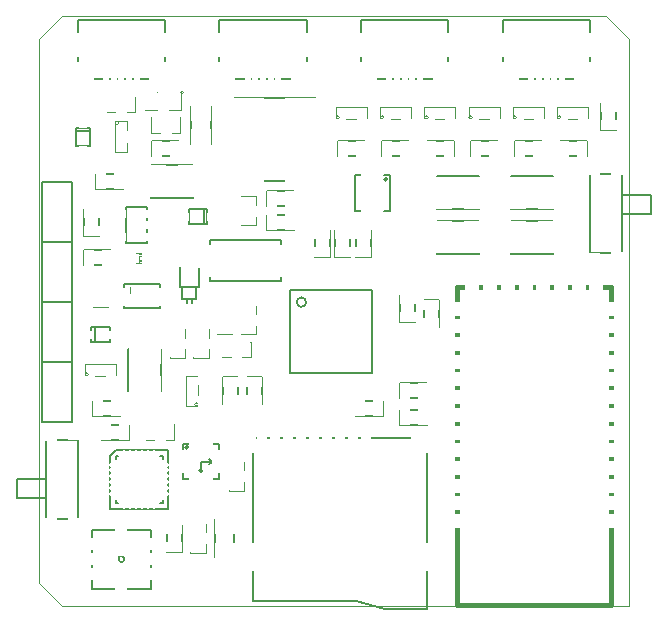
<source format=gto>
G04 (created by PCBNEW (2013-jul-07)-stable) date Sat 15 Mar 2014 05:33:54 EET*
%MOIN*%
G04 Gerber Fmt 3.4, Leading zero omitted, Abs format*
%FSLAX34Y34*%
G01*
G70*
G90*
G04 APERTURE LIST*
%ADD10C,0.00590551*%
%ADD11C,0.00393701*%
%ADD12C,0.005*%
%ADD13C,0.0031*%
%ADD14C,0.0039*%
%ADD15C,0.0047*%
%ADD16C,0.0059*%
%ADD17C,0.0079*%
%ADD18C,0.006*%
%ADD19C,0.00787402*%
%ADD20C,0.0026*%
%ADD21C,0.004*%
%ADD22C,0.015*%
%ADD23R,0.037874X0.027874*%
%ADD24R,0.039374X0.047274*%
%ADD25R,0.047274X0.039374*%
%ADD26R,0.0669291X0.0472441*%
%ADD27R,0.0393701X0.0314961*%
%ADD28R,0.0314961X0.0393701*%
%ADD29R,0.042874X0.062874*%
%ADD30R,0.052874X0.032874*%
%ADD31R,0.032874X0.052874*%
%ADD32O,0.039374X0.017674*%
%ADD33O,0.017674X0.039374*%
%ADD34R,0.067874X0.067874*%
%ADD35C,0.067874*%
%ADD36R,0.0314961X0.0511811*%
%ADD37R,0.0669291X0.102362*%
%ADD38R,0.023622X0.0610236*%
%ADD39R,0.0826772X0.0826772*%
%ADD40R,0.0669291X0.0669291*%
%ADD41R,0.0354331X0.0708661*%
%ADD42R,0.0551181X0.0629921*%
%ADD43R,0.0708661X0.0629921*%
%ADD44R,0.0551181X0.0944882*%
%ADD45C,0.0551181*%
%ADD46R,0.0551181X0.019685*%
%ADD47R,0.019685X0.0551181*%
%ADD48R,0.039274X0.039274*%
%ADD49R,0.125984X0.283465*%
%ADD50R,0.0255906X0.019685*%
%ADD51R,0.019685X0.0255906*%
%ADD52R,0.101575X0.0728346*%
%ADD53R,0.0177165X0.0344488*%
%ADD54R,0.0826772X0.110236*%
%ADD55R,0.084674X0.106274*%
%ADD56R,0.106274X0.084674*%
%ADD57R,0.066974X0.084674*%
%ADD58R,0.0748031X0.0393701*%
%ADD59R,0.0393701X0.0748031*%
%ADD60R,0.0393701X0.106299*%
%ADD61R,0.047274X0.086574*%
%ADD62R,0.086574X0.047274*%
%ADD63R,0.0590551X0.0433071*%
%ADD64R,0.0472441X0.0472441*%
%ADD65C,0.0452756*%
%ADD66R,0.0354331X0.0177165*%
%ADD67R,0.0728346X0.0610236*%
G04 APERTURE END LIST*
G54D10*
G54D11*
X7874Y-26771D02*
X8661Y-27559D01*
X8661Y-7874D02*
X7874Y-8661D01*
X26771Y-7874D02*
X27559Y-8661D01*
X26771Y-7874D02*
X8661Y-7874D01*
X27559Y-27559D02*
X27559Y-8661D01*
X8661Y-27559D02*
X27559Y-27559D01*
X7874Y-8661D02*
X7874Y-26771D01*
G54D12*
X10772Y-14262D02*
X11472Y-14262D01*
X11472Y-14262D02*
X11472Y-15462D01*
X11472Y-15462D02*
X10772Y-15462D01*
X10772Y-15462D02*
X10772Y-14262D01*
G54D13*
X17906Y-11260D02*
G75*
G03X17906Y-11260I-62J0D01*
G74*
G01*
X18807Y-10922D02*
X18807Y-11322D01*
X17782Y-10922D02*
X17782Y-11322D01*
X18807Y-11322D02*
X17782Y-11322D01*
X17782Y-10922D02*
X18807Y-10922D01*
X23812Y-11260D02*
G75*
G03X23812Y-11260I-62J0D01*
G74*
G01*
X24712Y-10922D02*
X24712Y-11322D01*
X23687Y-10922D02*
X23687Y-11322D01*
X24712Y-11322D02*
X23687Y-11322D01*
X23687Y-10922D02*
X24712Y-10922D01*
X9540Y-19823D02*
G75*
G03X9540Y-19823I-62J0D01*
G74*
G01*
X10440Y-19485D02*
X10440Y-19885D01*
X9415Y-19485D02*
X9415Y-19885D01*
X10440Y-19885D02*
X9415Y-19885D01*
X9415Y-19485D02*
X10440Y-19485D01*
X19383Y-11260D02*
G75*
G03X19383Y-11260I-62J0D01*
G74*
G01*
X20283Y-10922D02*
X20283Y-11322D01*
X19258Y-10922D02*
X19258Y-11322D01*
X20283Y-11322D02*
X19258Y-11322D01*
X19258Y-10922D02*
X20283Y-10922D01*
X13192Y-20837D02*
G75*
G03X13192Y-20837I-62J0D01*
G74*
G01*
X12792Y-19874D02*
X13192Y-19874D01*
X12792Y-20899D02*
X13192Y-20899D01*
X13192Y-19874D02*
X13192Y-20899D01*
X12792Y-20899D02*
X12792Y-19874D01*
X10554Y-11446D02*
G75*
G03X10554Y-11446I-62J0D01*
G74*
G01*
X10829Y-12409D02*
X10429Y-12409D01*
X10829Y-11384D02*
X10429Y-11384D01*
X10429Y-12409D02*
X10429Y-11384D01*
X10829Y-11384D02*
X10829Y-12409D01*
X25288Y-11260D02*
G75*
G03X25288Y-11260I-62J0D01*
G74*
G01*
X26188Y-10922D02*
X26188Y-11322D01*
X25163Y-10922D02*
X25163Y-11322D01*
X26188Y-11322D02*
X25163Y-11322D01*
X25163Y-10922D02*
X26188Y-10922D01*
X22335Y-11260D02*
G75*
G03X22335Y-11260I-62J0D01*
G74*
G01*
X23236Y-10922D02*
X23236Y-11322D01*
X22211Y-10922D02*
X22211Y-11322D01*
X23236Y-11322D02*
X22211Y-11322D01*
X22211Y-10922D02*
X23236Y-10922D01*
X20859Y-11260D02*
G75*
G03X20859Y-11260I-62J0D01*
G74*
G01*
X21759Y-10922D02*
X21759Y-11322D01*
X20734Y-10922D02*
X20734Y-11322D01*
X21759Y-11322D02*
X20734Y-11322D01*
X20734Y-10922D02*
X21759Y-10922D01*
G54D10*
X13375Y-14812D02*
X13375Y-14320D01*
X13494Y-14812D02*
X13494Y-14320D01*
X13494Y-14320D02*
X12883Y-14320D01*
X12883Y-14320D02*
X12883Y-14812D01*
X12883Y-14812D02*
X13494Y-14812D01*
X13494Y-14812D02*
X13385Y-14812D01*
X13385Y-14320D02*
X13385Y-14320D01*
X9753Y-18257D02*
X9753Y-18750D01*
X9635Y-18257D02*
X9635Y-18750D01*
X9635Y-18750D02*
X10246Y-18750D01*
X10246Y-18750D02*
X10246Y-18257D01*
X10246Y-18257D02*
X9635Y-18257D01*
X9635Y-18257D02*
X9744Y-18257D01*
X9744Y-18750D02*
X9744Y-18750D01*
X9596Y-11722D02*
X9104Y-11722D01*
X9596Y-11604D02*
X9104Y-11604D01*
X9104Y-11604D02*
X9104Y-12214D01*
X9104Y-12214D02*
X9596Y-12214D01*
X9596Y-12214D02*
X9596Y-11604D01*
X9596Y-11604D02*
X9596Y-11712D01*
X9104Y-11712D02*
X9104Y-11712D01*
G54D14*
X12707Y-10428D02*
G75*
G03X12707Y-10428I-50J0D01*
G74*
G01*
X12207Y-10428D02*
X12607Y-10428D01*
X12607Y-10428D02*
X12607Y-11028D01*
X12607Y-11028D02*
X12207Y-11028D01*
X11807Y-11028D02*
X11407Y-11028D01*
X11407Y-11028D02*
X11407Y-10428D01*
X11407Y-10428D02*
X11807Y-10428D01*
G54D15*
X9684Y-17322D02*
X9684Y-17597D01*
X9684Y-16928D02*
X9684Y-16653D01*
X10196Y-17322D02*
X10196Y-17597D01*
X10196Y-16653D02*
X10196Y-16928D01*
X10190Y-17597D02*
X9690Y-17597D01*
X9690Y-16653D02*
X10190Y-16653D01*
X14271Y-18740D02*
X13996Y-18740D01*
X14665Y-18740D02*
X14940Y-18740D01*
X14271Y-19252D02*
X13996Y-19252D01*
X14940Y-19252D02*
X14665Y-19252D01*
X13996Y-19246D02*
X13996Y-18746D01*
X14940Y-18746D02*
X14940Y-19246D01*
X12303Y-11771D02*
X12578Y-11771D01*
X11909Y-11771D02*
X11634Y-11771D01*
X12303Y-11259D02*
X12578Y-11259D01*
X11634Y-11259D02*
X11909Y-11259D01*
X12578Y-11265D02*
X12578Y-11765D01*
X11634Y-11765D02*
X11634Y-11265D01*
X10432Y-10570D02*
X10157Y-10570D01*
X10826Y-10570D02*
X11101Y-10570D01*
X10432Y-11082D02*
X10157Y-11082D01*
X11101Y-11082D02*
X10826Y-11082D01*
X10157Y-11076D02*
X10157Y-10576D01*
X11101Y-10576D02*
X11101Y-11076D01*
X15118Y-17814D02*
X15118Y-17539D01*
X15118Y-18208D02*
X15118Y-18483D01*
X14606Y-17814D02*
X14606Y-17539D01*
X14606Y-18483D02*
X14606Y-18208D01*
X14612Y-17539D02*
X15112Y-17539D01*
X15112Y-18483D02*
X14612Y-18483D01*
X14330Y-17814D02*
X14330Y-17539D01*
X14330Y-18208D02*
X14330Y-18483D01*
X13818Y-17814D02*
X13818Y-17539D01*
X13818Y-18483D02*
X13818Y-18208D01*
X13824Y-17539D02*
X14324Y-17539D01*
X14324Y-18483D02*
X13824Y-18483D01*
X12244Y-18996D02*
X12244Y-19271D01*
X12244Y-18602D02*
X12244Y-18327D01*
X12756Y-18996D02*
X12756Y-19271D01*
X12756Y-18327D02*
X12756Y-18602D01*
X12750Y-19271D02*
X12250Y-19271D01*
X12250Y-18327D02*
X12750Y-18327D01*
X12932Y-25492D02*
X12932Y-25767D01*
X12932Y-25098D02*
X12932Y-24823D01*
X13444Y-25492D02*
X13444Y-25767D01*
X13444Y-24823D02*
X13444Y-25098D01*
X13438Y-25767D02*
X12938Y-25767D01*
X12938Y-24823D02*
X13438Y-24823D01*
X12106Y-22007D02*
X12381Y-22007D01*
X11712Y-22007D02*
X11437Y-22007D01*
X12106Y-21495D02*
X12381Y-21495D01*
X11437Y-21495D02*
X11712Y-21495D01*
X12381Y-21501D02*
X12381Y-22001D01*
X11437Y-22001D02*
X11437Y-21501D01*
X15118Y-14173D02*
X15118Y-13898D01*
X15118Y-14567D02*
X15118Y-14842D01*
X14606Y-14173D02*
X14606Y-13898D01*
X14606Y-14842D02*
X14606Y-14567D01*
X14612Y-13898D02*
X15112Y-13898D01*
X15112Y-14842D02*
X14612Y-14842D01*
X14724Y-23031D02*
X14724Y-22756D01*
X14724Y-23425D02*
X14724Y-23700D01*
X14212Y-23031D02*
X14212Y-22756D01*
X14212Y-23700D02*
X14212Y-23425D01*
X14218Y-22756D02*
X14718Y-22756D01*
X14718Y-23700D02*
X14218Y-23700D01*
X13031Y-18996D02*
X13031Y-19271D01*
X13031Y-18602D02*
X13031Y-18327D01*
X13543Y-18996D02*
X13543Y-19271D01*
X13543Y-18327D02*
X13543Y-18602D01*
X13537Y-19271D02*
X13037Y-19271D01*
X13037Y-18327D02*
X13537Y-18327D01*
G54D12*
X23186Y-12553D02*
X22286Y-12553D01*
X22286Y-12553D02*
X22286Y-12053D01*
X22286Y-12053D02*
X23186Y-12053D01*
X23186Y-12053D02*
X23186Y-12553D01*
X10587Y-21214D02*
X9687Y-21214D01*
X9687Y-21214D02*
X9687Y-20714D01*
X9687Y-20714D02*
X10587Y-20714D01*
X10587Y-20714D02*
X10587Y-21214D01*
X12651Y-24845D02*
X12651Y-25745D01*
X12651Y-25745D02*
X12151Y-25745D01*
X12151Y-25745D02*
X12151Y-24845D01*
X12151Y-24845D02*
X12651Y-24845D01*
X17857Y-12053D02*
X18757Y-12053D01*
X18757Y-12053D02*
X18757Y-12553D01*
X18757Y-12553D02*
X17857Y-12553D01*
X17857Y-12553D02*
X17857Y-12053D01*
X17572Y-15002D02*
X17572Y-15902D01*
X17572Y-15902D02*
X17072Y-15902D01*
X17072Y-15902D02*
X17072Y-15002D01*
X17072Y-15002D02*
X17572Y-15002D01*
X25238Y-12053D02*
X26138Y-12053D01*
X26138Y-12053D02*
X26138Y-12553D01*
X26138Y-12553D02*
X25238Y-12553D01*
X25238Y-12553D02*
X25238Y-12053D01*
X14021Y-20824D02*
X14021Y-19924D01*
X14021Y-19924D02*
X14521Y-19924D01*
X14521Y-19924D02*
X14521Y-20824D01*
X14521Y-20824D02*
X14021Y-20824D01*
X19333Y-12053D02*
X20233Y-12053D01*
X20233Y-12053D02*
X20233Y-12553D01*
X20233Y-12553D02*
X19333Y-12553D01*
X19333Y-12553D02*
X19333Y-12053D01*
X15309Y-19924D02*
X15309Y-20824D01*
X15309Y-20824D02*
X14809Y-20824D01*
X14809Y-20824D02*
X14809Y-19924D01*
X14809Y-19924D02*
X15309Y-19924D01*
X18950Y-15002D02*
X18950Y-15902D01*
X18950Y-15902D02*
X18450Y-15902D01*
X18450Y-15902D02*
X18450Y-15002D01*
X18450Y-15002D02*
X18950Y-15002D01*
X18261Y-15002D02*
X18261Y-15902D01*
X18261Y-15902D02*
X17761Y-15902D01*
X17761Y-15902D02*
X17761Y-15002D01*
X17761Y-15002D02*
X18261Y-15002D01*
X11656Y-12053D02*
X12556Y-12053D01*
X12556Y-12053D02*
X12556Y-12553D01*
X12556Y-12553D02*
X11656Y-12553D01*
X11656Y-12553D02*
X11656Y-12053D01*
X9786Y-13135D02*
X10686Y-13135D01*
X10686Y-13135D02*
X10686Y-13635D01*
X10686Y-13635D02*
X9786Y-13635D01*
X9786Y-13635D02*
X9786Y-13135D01*
X27120Y-10770D02*
X27120Y-11670D01*
X27120Y-11670D02*
X26620Y-11670D01*
X26620Y-11670D02*
X26620Y-10770D01*
X26620Y-10770D02*
X27120Y-10770D01*
X20824Y-20624D02*
X19924Y-20624D01*
X19924Y-20624D02*
X19924Y-20124D01*
X19924Y-20124D02*
X20824Y-20124D01*
X20824Y-20124D02*
X20824Y-20624D01*
X20824Y-21509D02*
X19924Y-21509D01*
X19924Y-21509D02*
X19924Y-21009D01*
X19924Y-21009D02*
X20824Y-21009D01*
X20824Y-21009D02*
X20824Y-21509D01*
X21709Y-12553D02*
X20809Y-12553D01*
X20809Y-12553D02*
X20809Y-12053D01*
X20809Y-12053D02*
X21709Y-12053D01*
X21709Y-12053D02*
X21709Y-12553D01*
X21214Y-17364D02*
X21214Y-18264D01*
X21214Y-18264D02*
X20714Y-18264D01*
X20714Y-18264D02*
X20714Y-17364D01*
X20714Y-17364D02*
X21214Y-17364D01*
X20427Y-17168D02*
X20427Y-18068D01*
X20427Y-18068D02*
X19927Y-18068D01*
X19927Y-18068D02*
X19927Y-17168D01*
X19927Y-17168D02*
X20427Y-17168D01*
X9983Y-21501D02*
X10883Y-21501D01*
X10883Y-21501D02*
X10883Y-22001D01*
X10883Y-22001D02*
X9983Y-22001D01*
X9983Y-22001D02*
X9983Y-21501D01*
X24662Y-12553D02*
X23762Y-12553D01*
X23762Y-12553D02*
X23762Y-12053D01*
X23762Y-12053D02*
X24662Y-12053D01*
X24662Y-12053D02*
X24662Y-12553D01*
X16394Y-15013D02*
X15494Y-15013D01*
X15494Y-15013D02*
X15494Y-14513D01*
X15494Y-14513D02*
X16394Y-14513D01*
X16394Y-14513D02*
X16394Y-15013D01*
X16394Y-14226D02*
X15494Y-14226D01*
X15494Y-14226D02*
X15494Y-13726D01*
X15494Y-13726D02*
X16394Y-13726D01*
X16394Y-13726D02*
X16394Y-14226D01*
X9392Y-15694D02*
X10292Y-15694D01*
X10292Y-15694D02*
X10292Y-16194D01*
X10292Y-16194D02*
X9392Y-16194D01*
X9392Y-16194D02*
X9392Y-15694D01*
X19347Y-21214D02*
X18447Y-21214D01*
X18447Y-21214D02*
X18447Y-20714D01*
X18447Y-20714D02*
X19347Y-20714D01*
X19347Y-20714D02*
X19347Y-21214D01*
X9395Y-15213D02*
X9395Y-14313D01*
X9395Y-14313D02*
X9895Y-14313D01*
X9895Y-14313D02*
X9895Y-15213D01*
X9895Y-15213D02*
X9395Y-15213D01*
G54D16*
X10436Y-22346D02*
X12200Y-22346D01*
X10240Y-22542D02*
X10240Y-24306D01*
X10240Y-22542D02*
X10436Y-22346D01*
G54D17*
X10436Y-22640D02*
X10436Y-22542D01*
X10436Y-22542D02*
X10534Y-22542D01*
X10534Y-24110D02*
X10436Y-24110D01*
X10436Y-24110D02*
X10436Y-24012D01*
X12004Y-24012D02*
X12004Y-24110D01*
X12004Y-24110D02*
X11906Y-24110D01*
X11906Y-22542D02*
X12004Y-22542D01*
X12004Y-22542D02*
X12004Y-22640D01*
G54D16*
X12200Y-24306D02*
X10240Y-24306D01*
X12200Y-22346D02*
X12200Y-24306D01*
G54D18*
X9000Y-15400D02*
X8000Y-15400D01*
X8000Y-15400D02*
X8000Y-13400D01*
X8000Y-13400D02*
X9000Y-13400D01*
X9000Y-13400D02*
X9000Y-15400D01*
X9000Y-19400D02*
X8000Y-19400D01*
X8000Y-19400D02*
X8000Y-17400D01*
X8000Y-17400D02*
X9000Y-17400D01*
X9000Y-17400D02*
X9000Y-19400D01*
X9000Y-17400D02*
X8000Y-17400D01*
X8000Y-17400D02*
X8000Y-15400D01*
X8000Y-15400D02*
X9000Y-15400D01*
X9000Y-15400D02*
X9000Y-17400D01*
G54D10*
X12972Y-17303D02*
X12972Y-17460D01*
X12814Y-17303D02*
X12814Y-17460D01*
X13129Y-16909D02*
X13129Y-17303D01*
X13129Y-17303D02*
X12657Y-17303D01*
X12657Y-17303D02*
X12657Y-16909D01*
X12578Y-16909D02*
X13208Y-16909D01*
X12578Y-16259D02*
X12578Y-16909D01*
X13208Y-16909D02*
X13208Y-16279D01*
X12086Y-9970D02*
X9173Y-9970D01*
X9173Y-9970D02*
X9173Y-8001D01*
X9173Y-8001D02*
X12086Y-8001D01*
X12086Y-8001D02*
X12086Y-9970D01*
X21535Y-9970D02*
X18622Y-9970D01*
X18622Y-9970D02*
X18622Y-8001D01*
X18622Y-8001D02*
X21535Y-8001D01*
X21535Y-8001D02*
X21535Y-9970D01*
X16811Y-9970D02*
X13897Y-9970D01*
X13897Y-9970D02*
X13897Y-8001D01*
X13897Y-8001D02*
X16811Y-8001D01*
X16811Y-8001D02*
X16811Y-9970D01*
X26259Y-9970D02*
X23346Y-9970D01*
X23346Y-9970D02*
X23346Y-8001D01*
X23346Y-8001D02*
X26259Y-8001D01*
X26259Y-8001D02*
X26259Y-9970D01*
X18444Y-27381D02*
X15019Y-27381D01*
X20807Y-27657D02*
X19429Y-27657D01*
X19429Y-27657D02*
X18444Y-27381D01*
X20807Y-21948D02*
X15019Y-21948D01*
X15019Y-21948D02*
X15019Y-27381D01*
X20807Y-27657D02*
X20807Y-21948D01*
G54D19*
X16240Y-19783D02*
X16240Y-19783D01*
X16791Y-17421D02*
G75*
G03X16791Y-17421I-157J0D01*
G74*
G01*
X16240Y-19783D02*
X16240Y-17027D01*
X16240Y-17027D02*
X16240Y-17027D01*
X16240Y-17027D02*
X18996Y-17027D01*
X18996Y-17027D02*
X18996Y-17027D01*
X18996Y-17027D02*
X18996Y-19783D01*
X18996Y-19783D02*
X18996Y-19783D01*
X18996Y-19783D02*
X16240Y-19783D01*
G54D20*
X11397Y-15767D02*
X11397Y-16121D01*
X11397Y-16121D02*
X11554Y-16121D01*
X11554Y-15767D02*
X11554Y-16121D01*
X11397Y-15767D02*
X11554Y-15767D01*
X10886Y-15767D02*
X10886Y-16121D01*
X10886Y-16121D02*
X11043Y-16121D01*
X11043Y-15767D02*
X11043Y-16121D01*
X10886Y-15767D02*
X11043Y-15767D01*
X11220Y-15767D02*
X11220Y-15826D01*
X11220Y-15826D02*
X11338Y-15826D01*
X11338Y-15767D02*
X11338Y-15826D01*
X11220Y-15767D02*
X11338Y-15767D01*
X11220Y-16062D02*
X11220Y-16121D01*
X11220Y-16121D02*
X11338Y-16121D01*
X11338Y-16062D02*
X11338Y-16121D01*
X11220Y-16062D02*
X11338Y-16062D01*
X11220Y-15885D02*
X11220Y-16003D01*
X11220Y-16003D02*
X11338Y-16003D01*
X11338Y-15885D02*
X11338Y-16003D01*
X11220Y-15885D02*
X11338Y-15885D01*
G54D21*
X11397Y-15787D02*
X11043Y-15787D01*
X11397Y-16101D02*
X11043Y-16101D01*
G54D10*
X14370Y-10629D02*
X17125Y-10629D01*
X17125Y-10629D02*
X17125Y-13385D01*
X17125Y-13385D02*
X14370Y-13385D01*
X14370Y-13385D02*
X14370Y-10629D01*
X13287Y-23090D02*
X13287Y-22736D01*
X13287Y-22736D02*
X13641Y-22736D01*
X13208Y-23011D02*
X13287Y-23090D01*
X13287Y-23090D02*
X13366Y-23011D01*
X13641Y-22736D02*
X13562Y-22814D01*
X13641Y-22736D02*
X13562Y-22657D01*
X12870Y-22263D02*
G75*
G03X12870Y-22263I-55J0D01*
G74*
G01*
X12696Y-22145D02*
X13877Y-22145D01*
X13877Y-22145D02*
X13877Y-23326D01*
X13877Y-23326D02*
X12696Y-23326D01*
X12696Y-23326D02*
X12696Y-22145D01*
X19507Y-13326D02*
G75*
G03X19507Y-13326I-59J0D01*
G74*
G01*
X19389Y-13188D02*
X19586Y-13188D01*
X19586Y-13188D02*
X19586Y-14370D01*
X18602Y-14370D02*
X18405Y-14370D01*
X18405Y-14370D02*
X18405Y-13188D01*
X18405Y-13188D02*
X18602Y-13188D01*
X19586Y-14370D02*
X19389Y-14370D01*
X13582Y-15354D02*
X15944Y-15354D01*
X15944Y-15354D02*
X15944Y-16732D01*
X15944Y-16732D02*
X13582Y-16732D01*
X13582Y-16732D02*
X13582Y-15354D01*
G54D12*
X11828Y-13935D02*
X11828Y-12835D01*
X11603Y-13935D02*
X13003Y-13935D01*
X13003Y-13935D02*
X13003Y-12835D01*
X13003Y-12835D02*
X11603Y-12835D01*
X11603Y-12835D02*
X11603Y-13935D01*
X21375Y-15805D02*
X21375Y-14705D01*
X21150Y-15805D02*
X22550Y-15805D01*
X22550Y-15805D02*
X22550Y-14705D01*
X22550Y-14705D02*
X21150Y-14705D01*
X21150Y-14705D02*
X21150Y-15805D01*
X23836Y-14329D02*
X23836Y-13229D01*
X23611Y-14329D02*
X25011Y-14329D01*
X25011Y-14329D02*
X25011Y-13229D01*
X25011Y-13229D02*
X23611Y-13229D01*
X23611Y-13229D02*
X23611Y-14329D01*
X21375Y-14329D02*
X21375Y-13229D01*
X21150Y-14329D02*
X22550Y-14329D01*
X22550Y-14329D02*
X22550Y-13229D01*
X22550Y-13229D02*
X21150Y-13229D01*
X21150Y-13229D02*
X21150Y-14329D01*
X23836Y-15805D02*
X23836Y-14705D01*
X23611Y-15805D02*
X25011Y-15805D01*
X25011Y-15805D02*
X25011Y-14705D01*
X25011Y-14705D02*
X23611Y-14705D01*
X23611Y-14705D02*
X23611Y-15805D01*
X10867Y-19210D02*
X11967Y-19210D01*
X10867Y-18985D02*
X10867Y-20385D01*
X10867Y-20385D02*
X11967Y-20385D01*
X11967Y-20385D02*
X11967Y-18985D01*
X11967Y-18985D02*
X10867Y-18985D01*
X14394Y-24845D02*
X13754Y-24845D01*
X13754Y-25925D02*
X14394Y-25925D01*
X14394Y-25925D02*
X14394Y-24665D01*
X14394Y-24665D02*
X13754Y-24665D01*
X13754Y-24665D02*
X13754Y-25925D01*
X13607Y-11065D02*
X12967Y-11065D01*
X12967Y-12145D02*
X13607Y-12145D01*
X13607Y-12145D02*
X13607Y-10885D01*
X13607Y-10885D02*
X12967Y-10885D01*
X12967Y-10885D02*
X12967Y-12145D01*
G54D19*
X10728Y-25984D02*
G75*
G03X10728Y-25984I-98J0D01*
G74*
G01*
X11614Y-26968D02*
X9645Y-26968D01*
X9645Y-26968D02*
X9645Y-25000D01*
X9645Y-25000D02*
X11614Y-25000D01*
X11614Y-25000D02*
X11614Y-26968D01*
G54D22*
X26968Y-16929D02*
X21818Y-16929D01*
X21818Y-16929D02*
X21818Y-27529D01*
X21818Y-27529D02*
X26968Y-27529D01*
X26968Y-27529D02*
X26968Y-16929D01*
G54D18*
X9000Y-21400D02*
X8000Y-21400D01*
X8000Y-21400D02*
X8000Y-19400D01*
X8000Y-19400D02*
X9000Y-19400D01*
X9000Y-19400D02*
X9000Y-21400D01*
G54D10*
X27303Y-14488D02*
X28287Y-14488D01*
X28287Y-14488D02*
X28287Y-13858D01*
X28287Y-13858D02*
X27303Y-13858D01*
X26240Y-15787D02*
X26240Y-13149D01*
X26240Y-13149D02*
X27303Y-13149D01*
X27303Y-13149D02*
X27303Y-15787D01*
X27303Y-15787D02*
X26240Y-15787D01*
X8129Y-23307D02*
X7145Y-23307D01*
X7145Y-23307D02*
X7145Y-23937D01*
X7145Y-23937D02*
X8129Y-23937D01*
X9192Y-22007D02*
X9192Y-24645D01*
X9192Y-24645D02*
X8129Y-24645D01*
X8129Y-24645D02*
X8129Y-22007D01*
X8129Y-22007D02*
X9192Y-22007D01*
X10944Y-16909D02*
X10944Y-17125D01*
X11909Y-17618D02*
X11909Y-17539D01*
X11909Y-17539D02*
X11909Y-17618D01*
X11909Y-17618D02*
X10728Y-17618D01*
X10728Y-17618D02*
X10728Y-17539D01*
X11909Y-16830D02*
X11909Y-16909D01*
X11909Y-16830D02*
X10728Y-16830D01*
X10728Y-16830D02*
X10728Y-16909D01*
%LPC*%
G54D23*
X11622Y-15237D03*
X11622Y-14487D03*
X10622Y-15237D03*
X11622Y-14862D03*
X10622Y-14487D03*
G54D24*
X18307Y-10689D03*
X18682Y-11555D03*
X17932Y-11555D03*
X24212Y-10689D03*
X24587Y-11555D03*
X23837Y-11555D03*
X9940Y-19252D03*
X10315Y-20118D03*
X9565Y-20118D03*
X19783Y-10689D03*
X20158Y-11555D03*
X19408Y-11555D03*
G54D25*
X12559Y-20374D03*
X13425Y-19999D03*
X13425Y-20749D03*
X11062Y-11909D03*
X10196Y-12284D03*
X10196Y-11534D03*
G54D24*
X25688Y-10689D03*
X26063Y-11555D03*
X25313Y-11555D03*
X22736Y-10689D03*
X23111Y-11555D03*
X22361Y-11555D03*
X21259Y-10689D03*
X21634Y-11555D03*
X20884Y-11555D03*
G54D26*
X8552Y-12187D03*
X8552Y-12777D03*
G54D27*
X13681Y-14566D03*
X12696Y-14566D03*
X9448Y-18503D03*
X10433Y-18503D03*
G54D28*
X9350Y-11417D03*
X9350Y-12401D03*
G54D29*
X12382Y-10728D03*
X11632Y-10728D03*
G54D30*
X9940Y-16825D03*
X9940Y-17425D03*
G54D31*
X14768Y-18996D03*
X14168Y-18996D03*
X11806Y-11515D03*
X12406Y-11515D03*
X10929Y-10826D03*
X10329Y-10826D03*
G54D30*
X14862Y-18311D03*
X14862Y-17711D03*
X14074Y-18311D03*
X14074Y-17711D03*
X12500Y-18499D03*
X12500Y-19099D03*
X13188Y-24995D03*
X13188Y-25595D03*
G54D31*
X11609Y-21751D03*
X12209Y-21751D03*
G54D30*
X14862Y-14670D03*
X14862Y-14070D03*
X14468Y-23528D03*
X14468Y-22928D03*
X13287Y-18499D03*
X13287Y-19099D03*
G54D31*
X23036Y-12303D03*
X22436Y-12303D03*
X10437Y-20964D03*
X9837Y-20964D03*
G54D30*
X12401Y-24995D03*
X12401Y-25595D03*
G54D31*
X18007Y-12303D03*
X18607Y-12303D03*
G54D30*
X17322Y-15152D03*
X17322Y-15752D03*
G54D31*
X25388Y-12303D03*
X25988Y-12303D03*
G54D30*
X14271Y-20674D03*
X14271Y-20074D03*
G54D31*
X19483Y-12303D03*
X20083Y-12303D03*
G54D30*
X15059Y-20074D03*
X15059Y-20674D03*
X18700Y-15152D03*
X18700Y-15752D03*
X18011Y-15152D03*
X18011Y-15752D03*
G54D31*
X11806Y-12303D03*
X12406Y-12303D03*
X9936Y-13385D03*
X10536Y-13385D03*
G54D30*
X26870Y-10920D03*
X26870Y-11520D03*
G54D31*
X20674Y-20374D03*
X20074Y-20374D03*
X20674Y-21259D03*
X20074Y-21259D03*
X21559Y-12303D03*
X20959Y-12303D03*
G54D30*
X20964Y-17514D03*
X20964Y-18114D03*
X20177Y-17318D03*
X20177Y-17918D03*
G54D31*
X10133Y-21751D03*
X10733Y-21751D03*
X24512Y-12303D03*
X23912Y-12303D03*
X16244Y-14763D03*
X15644Y-14763D03*
X16244Y-13976D03*
X15644Y-13976D03*
X9542Y-15944D03*
X10142Y-15944D03*
X19197Y-20964D03*
X18597Y-20964D03*
G54D30*
X9645Y-15063D03*
X9645Y-14463D03*
G54D32*
X10433Y-22834D03*
X10433Y-23031D03*
X10433Y-23228D03*
X10433Y-23424D03*
X10433Y-23621D03*
X10433Y-23818D03*
G54D33*
X10728Y-24113D03*
X10925Y-24113D03*
X11122Y-24113D03*
X11318Y-24113D03*
X11515Y-24113D03*
X11712Y-24113D03*
G54D32*
X12007Y-23818D03*
X12007Y-23621D03*
X12007Y-23424D03*
X12007Y-23228D03*
X12007Y-23031D03*
X12007Y-22834D03*
G54D33*
X11712Y-22539D03*
X11515Y-22539D03*
X11318Y-22539D03*
X11122Y-22539D03*
X10925Y-22539D03*
X10728Y-22539D03*
G54D34*
X8500Y-14900D03*
G54D35*
X8500Y-13900D03*
G54D34*
X8500Y-18900D03*
G54D35*
X8500Y-17900D03*
G54D34*
X8500Y-16900D03*
G54D35*
X8500Y-15900D03*
G54D36*
X13070Y-17834D03*
X12716Y-17834D03*
G54D37*
X12893Y-15649D03*
G54D38*
X11141Y-9901D03*
X10885Y-9901D03*
X10629Y-9901D03*
X10374Y-9901D03*
X10118Y-9901D03*
G54D39*
X12185Y-8848D03*
X9074Y-8848D03*
G54D40*
X9370Y-9763D03*
X11889Y-9763D03*
G54D38*
X20590Y-9901D03*
X20334Y-9901D03*
X20078Y-9901D03*
X19822Y-9901D03*
X19566Y-9901D03*
G54D39*
X21633Y-8848D03*
X18523Y-8848D03*
G54D40*
X18818Y-9763D03*
X21338Y-9763D03*
G54D38*
X15866Y-9901D03*
X15610Y-9901D03*
X15354Y-9901D03*
X15098Y-9901D03*
X14842Y-9901D03*
G54D39*
X16909Y-8848D03*
X13799Y-8848D03*
G54D40*
X14094Y-9763D03*
X16614Y-9763D03*
G54D38*
X25314Y-9901D03*
X25059Y-9901D03*
X24803Y-9901D03*
X24547Y-9901D03*
X24291Y-9901D03*
G54D39*
X26358Y-8848D03*
X23248Y-8848D03*
G54D40*
X23543Y-9763D03*
X26062Y-9763D03*
G54D41*
X18799Y-21948D03*
X18366Y-21948D03*
X17933Y-21948D03*
X17500Y-21948D03*
X17066Y-21948D03*
X16633Y-21948D03*
X16200Y-21948D03*
X15767Y-21948D03*
X15334Y-21948D03*
G54D42*
X14862Y-22145D03*
G54D43*
X20610Y-22145D03*
G54D44*
X20964Y-25925D03*
X14862Y-25925D03*
G54D45*
X15964Y-26082D03*
X19114Y-26082D03*
G54D46*
X15944Y-18503D03*
X15944Y-18307D03*
X15944Y-18700D03*
X15944Y-18110D03*
X15944Y-17913D03*
X15944Y-17716D03*
X15944Y-17519D03*
X15944Y-17322D03*
X15944Y-18897D03*
X15944Y-19094D03*
X15944Y-19291D03*
X15944Y-19488D03*
X19291Y-18503D03*
X19291Y-18307D03*
X19291Y-18700D03*
X19291Y-18897D03*
X19291Y-19094D03*
X19291Y-19291D03*
X19291Y-19488D03*
X19291Y-18110D03*
X19291Y-17913D03*
X19291Y-17716D03*
X19291Y-17519D03*
X19291Y-17322D03*
G54D47*
X17716Y-16732D03*
X17913Y-16732D03*
X18110Y-16732D03*
X18307Y-16732D03*
X18503Y-16732D03*
X18700Y-16732D03*
X17519Y-16732D03*
X17322Y-16732D03*
X17125Y-16732D03*
X16929Y-16732D03*
X16732Y-16732D03*
X16535Y-16732D03*
X17716Y-20078D03*
X17913Y-20078D03*
X18110Y-20078D03*
X18307Y-20078D03*
X18503Y-20078D03*
X18700Y-20078D03*
X17519Y-20078D03*
X17322Y-20078D03*
X17125Y-20078D03*
X16929Y-20078D03*
X16732Y-20078D03*
X16535Y-20078D03*
G54D48*
X10925Y-15944D03*
X11515Y-15944D03*
G54D49*
X14763Y-12007D03*
X16732Y-12007D03*
G54D50*
X12785Y-22440D03*
X12785Y-22637D03*
X12785Y-22834D03*
X12785Y-23031D03*
G54D51*
X12992Y-23238D03*
X13188Y-23238D03*
X13385Y-23238D03*
X13582Y-23238D03*
G54D50*
X13789Y-23031D03*
X13789Y-22834D03*
X13789Y-22637D03*
X13789Y-22440D03*
G54D51*
X13582Y-22234D03*
X13385Y-22234D03*
X13188Y-22234D03*
X12992Y-22234D03*
G54D52*
X18996Y-13779D03*
G54D53*
X19291Y-13223D03*
X19094Y-13223D03*
X18897Y-13223D03*
X18700Y-13223D03*
X18700Y-14335D03*
X18897Y-14335D03*
X19094Y-14335D03*
X19291Y-14335D03*
G54D54*
X13917Y-16043D03*
X15610Y-16043D03*
G54D55*
X11703Y-13385D03*
X12903Y-13385D03*
X21250Y-15255D03*
X22450Y-15255D03*
X23711Y-13779D03*
X24911Y-13779D03*
X21250Y-13779D03*
X22450Y-13779D03*
X23711Y-15255D03*
X24911Y-15255D03*
G54D56*
X11417Y-19085D03*
X11417Y-20285D03*
G54D57*
X14074Y-24754D03*
X14074Y-25836D03*
X13287Y-10974D03*
X13287Y-12056D03*
G54D58*
X9842Y-25984D03*
X9842Y-25484D03*
X9842Y-26484D03*
X11417Y-25484D03*
X11417Y-25984D03*
X11417Y-26484D03*
G54D59*
X10629Y-26771D03*
G54D60*
X10629Y-25334D03*
G54D61*
X26468Y-16929D03*
X25877Y-16929D03*
X25287Y-16929D03*
X24696Y-16929D03*
X24106Y-16929D03*
X23515Y-16929D03*
X22925Y-16929D03*
X22334Y-16929D03*
G54D62*
X26968Y-24720D03*
X26968Y-24130D03*
X26968Y-23539D03*
X26968Y-22949D03*
X26968Y-22358D03*
X26968Y-21768D03*
X26968Y-21177D03*
X26968Y-20586D03*
X26968Y-19996D03*
X26968Y-19405D03*
X26968Y-18224D03*
X26968Y-18815D03*
X26968Y-17634D03*
X21850Y-17634D03*
X21850Y-18224D03*
X21850Y-18815D03*
X21850Y-19405D03*
X21850Y-19996D03*
X21850Y-20586D03*
X21850Y-21177D03*
X21850Y-21768D03*
X21850Y-22358D03*
X21850Y-22949D03*
X21850Y-23539D03*
X21850Y-24130D03*
X21850Y-24720D03*
G54D34*
X8500Y-20900D03*
G54D35*
X8500Y-19900D03*
G54D63*
X25925Y-14173D03*
X25925Y-13582D03*
X25925Y-15354D03*
G54D64*
X26358Y-12952D03*
X27185Y-15984D03*
X27185Y-12952D03*
X26358Y-16003D03*
G54D65*
X26771Y-15059D03*
X26771Y-13877D03*
G54D63*
X9507Y-23622D03*
X9507Y-24212D03*
X9507Y-22440D03*
G54D64*
X9074Y-24842D03*
X8248Y-21811D03*
X8248Y-24842D03*
X9074Y-21791D03*
G54D65*
X8661Y-22736D03*
X8661Y-23917D03*
G54D66*
X10757Y-17027D03*
X10757Y-17224D03*
X10757Y-17421D03*
X11879Y-17421D03*
X11879Y-17224D03*
X11879Y-17027D03*
G54D67*
X11318Y-17224D03*
M02*

</source>
